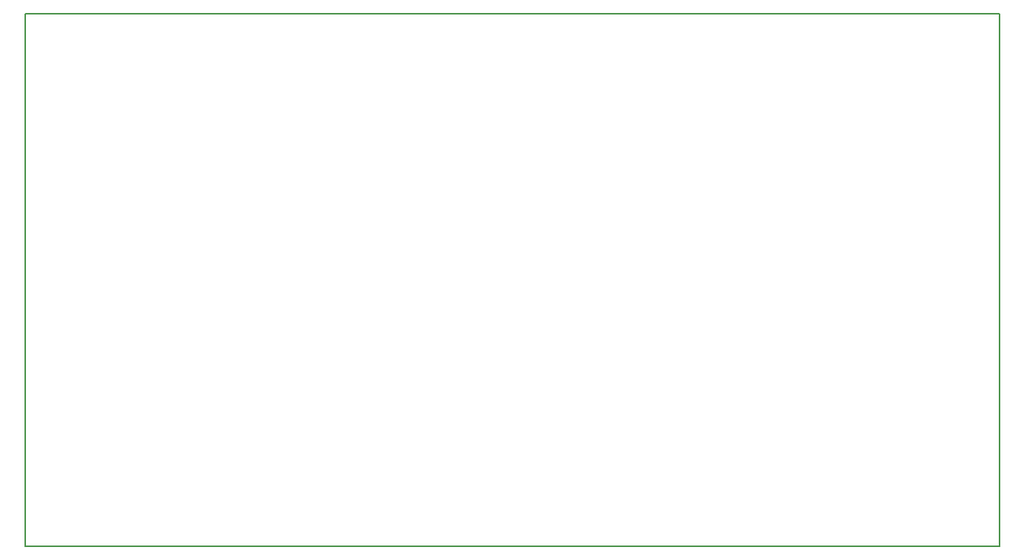
<source format=gko>
G04 DipTrace 2.4.0.2*
%INBoardOutline.gko*%
%MOIN*%
%ADD11C,0.0055*%
%FSLAX44Y44*%
G04*
G70*
G90*
G75*
G01*
%LNBoardOutline*%
%LPD*%
X3937Y3937D2*
D11*
X46437D1*
Y27187D1*
X3937D1*
Y3937D1*
M02*

</source>
